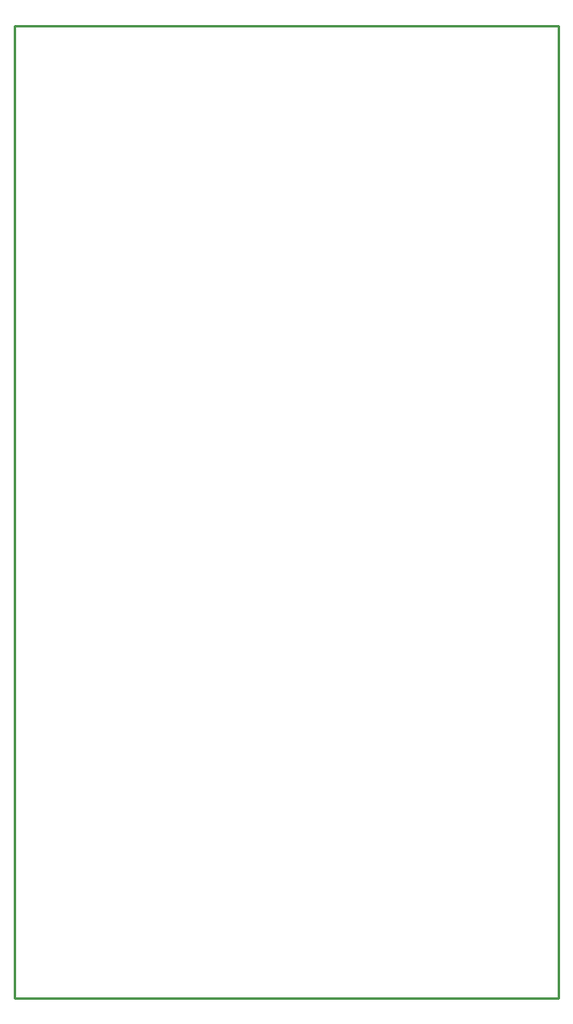
<source format=gko>
G04 Layer: BoardOutlineLayer*
G04 EasyEDA v6.5.22, 2023-01-17 12:05:17*
G04 b103a448d6604d23990311a0c4fa42b9,79949195797447f9ac56d6811569d7a0,10*
G04 Gerber Generator version 0.2*
G04 Scale: 100 percent, Rotated: No, Reflected: No *
G04 Dimensions in millimeters *
G04 leading zeros omitted , absolute positions ,4 integer and 5 decimal *
%FSLAX45Y45*%
%MOMM*%

%ADD10C,0.2540*%
D10*
X-2717792Y4885156D02*
G01*
X2982196Y4885156D01*
X2982196Y-5314822D01*
X-2717792Y-5314822D01*
X-2717792Y4885156D01*

%LPD*%
M02*

</source>
